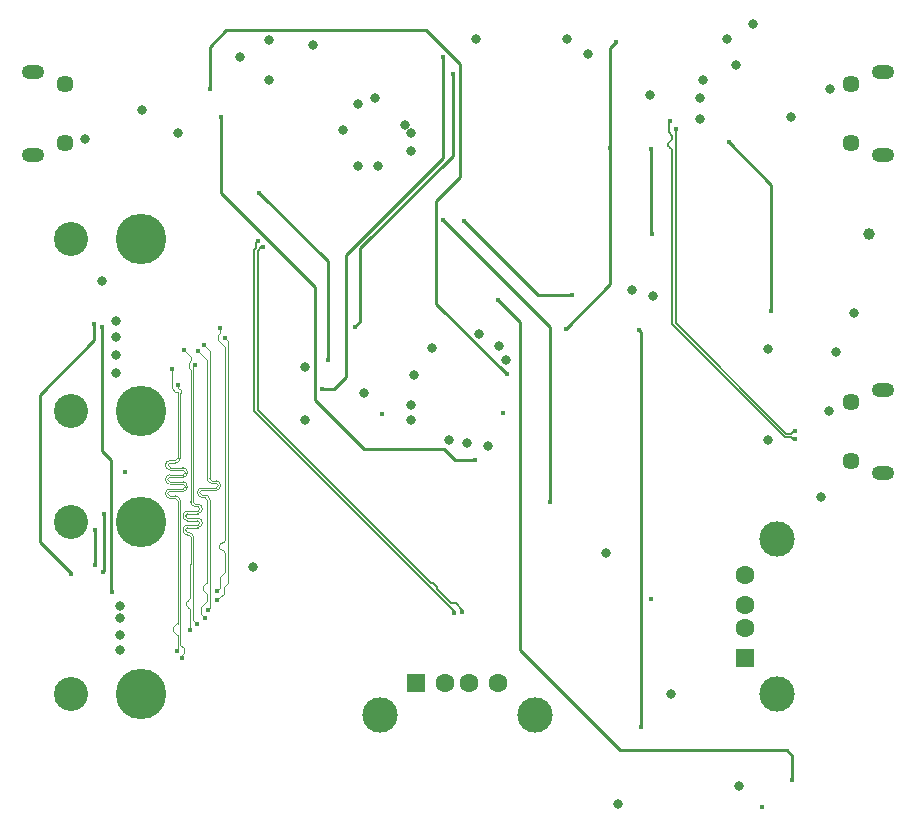
<source format=gbl>
G04 #@! TF.GenerationSoftware,KiCad,Pcbnew,(6.0.8)*
G04 #@! TF.CreationDate,2022-12-11T15:33:22-08:00*
G04 #@! TF.ProjectId,EasyKVM,45617379-4b56-44d2-9e6b-696361645f70,rev?*
G04 #@! TF.SameCoordinates,Original*
G04 #@! TF.FileFunction,Copper,L4,Bot*
G04 #@! TF.FilePolarity,Positive*
%FSLAX46Y46*%
G04 Gerber Fmt 4.6, Leading zero omitted, Abs format (unit mm)*
G04 Created by KiCad (PCBNEW (6.0.8)) date 2022-12-11 15:33:22*
%MOMM*%
%LPD*%
G01*
G04 APERTURE LIST*
G04 #@! TA.AperFunction,ComponentPad*
%ADD10C,4.275000*%
G04 #@! TD*
G04 #@! TA.AperFunction,ComponentPad*
%ADD11C,2.880000*%
G04 #@! TD*
G04 #@! TA.AperFunction,ComponentPad*
%ADD12O,1.900000X1.200000*%
G04 #@! TD*
G04 #@! TA.AperFunction,ComponentPad*
%ADD13C,1.450000*%
G04 #@! TD*
G04 #@! TA.AperFunction,ComponentPad*
%ADD14R,1.600000X1.500000*%
G04 #@! TD*
G04 #@! TA.AperFunction,ComponentPad*
%ADD15C,1.600000*%
G04 #@! TD*
G04 #@! TA.AperFunction,ComponentPad*
%ADD16C,3.000000*%
G04 #@! TD*
G04 #@! TA.AperFunction,ComponentPad*
%ADD17R,1.500000X1.600000*%
G04 #@! TD*
G04 #@! TA.AperFunction,ViaPad*
%ADD18C,0.450000*%
G04 #@! TD*
G04 #@! TA.AperFunction,ViaPad*
%ADD19C,0.800000*%
G04 #@! TD*
G04 #@! TA.AperFunction,ViaPad*
%ADD20C,1.000000*%
G04 #@! TD*
G04 #@! TA.AperFunction,Conductor*
%ADD21C,0.250000*%
G04 #@! TD*
G04 #@! TA.AperFunction,Conductor*
%ADD22C,0.175006*%
G04 #@! TD*
G04 #@! TA.AperFunction,Conductor*
%ADD23C,0.125984*%
G04 #@! TD*
G04 APERTURE END LIST*
D10*
X104655000Y-117230000D03*
X104655000Y-131730000D03*
D11*
X98695000Y-117230000D03*
X98695000Y-131730000D03*
D12*
X167467500Y-137000000D03*
X167467500Y-130000000D03*
D13*
X164767500Y-136000000D03*
X164767500Y-131000000D03*
D10*
X104655000Y-141179500D03*
X104655000Y-155679500D03*
D11*
X98695000Y-141179500D03*
X98695000Y-155679500D03*
D12*
X95512500Y-103050000D03*
D13*
X98212500Y-104050000D03*
D12*
X95512500Y-110050000D03*
D13*
X98212500Y-109050000D03*
D14*
X127920000Y-154780000D03*
D15*
X130420000Y-154780000D03*
X132420000Y-154780000D03*
X134920000Y-154780000D03*
D16*
X124850000Y-157490000D03*
X137990000Y-157490000D03*
D17*
X155780000Y-152660000D03*
D15*
X155780000Y-150160000D03*
X155780000Y-148160000D03*
X155780000Y-145660000D03*
D16*
X158490000Y-142590000D03*
X158490000Y-155730000D03*
D12*
X167467500Y-103050000D03*
D13*
X164767500Y-109050000D03*
D12*
X167467500Y-110050000D03*
D13*
X164767500Y-104050000D03*
D18*
X157250000Y-165250000D03*
X159750000Y-163000000D03*
X134875000Y-122345000D03*
D19*
X118500000Y-128000000D03*
D18*
X135275000Y-131915000D03*
D19*
X156500000Y-99000000D03*
D20*
X166250000Y-116750000D03*
D19*
X115500000Y-100318500D03*
X115500000Y-103750000D03*
X152000000Y-105250000D03*
X152250000Y-103750000D03*
X140750000Y-100250000D03*
X142500000Y-101500000D03*
X163500000Y-126750000D03*
D18*
X125080000Y-131970000D03*
D19*
X146250000Y-121500000D03*
X154250000Y-100250000D03*
X118500000Y-132500000D03*
D18*
X146810000Y-124900000D03*
X141170000Y-121930000D03*
X147000000Y-158500000D03*
X131970000Y-115640000D03*
X140610000Y-124780000D03*
X144350000Y-109460000D03*
X144910000Y-100490000D03*
X158000000Y-123290000D03*
X154420000Y-109020000D03*
X147850000Y-109600000D03*
X147930000Y-116810000D03*
D19*
X123000000Y-105750000D03*
X124500000Y-105250000D03*
D18*
X147800000Y-147700000D03*
D19*
X127500000Y-131250000D03*
X149500000Y-155750000D03*
X104740000Y-106290000D03*
X133291782Y-125230816D03*
X113000000Y-101750000D03*
X144000000Y-143750000D03*
X127750000Y-128750000D03*
X121750000Y-108000000D03*
X129260000Y-126420000D03*
X127500000Y-109750000D03*
X114100000Y-145000000D03*
X102850000Y-148250000D03*
X135530483Y-127469517D03*
X147750000Y-105000000D03*
X155250000Y-163500000D03*
X102850000Y-149250000D03*
X102850000Y-152000000D03*
X102850000Y-150750000D03*
X148000000Y-122000000D03*
X159700000Y-106900000D03*
X99910000Y-108690000D03*
X102540000Y-125500000D03*
X127500000Y-108250000D03*
X157750000Y-126500000D03*
X133000000Y-100250000D03*
X107750000Y-108250000D03*
X102540000Y-127000000D03*
X130750000Y-134250000D03*
X134000000Y-134750000D03*
X119250000Y-100750000D03*
X145000000Y-165000000D03*
X134950000Y-126220000D03*
X165000000Y-123500000D03*
X124750000Y-111000000D03*
X132250000Y-134500000D03*
X127500000Y-132500000D03*
X162250000Y-139000000D03*
X152000000Y-107000000D03*
X155000000Y-102500000D03*
D18*
X103290000Y-136960000D03*
D19*
X102540000Y-124156904D03*
X123500000Y-130250000D03*
X157700000Y-134200000D03*
X127000000Y-107500000D03*
X162930000Y-131750000D03*
X163000000Y-104500000D03*
X123000000Y-111000000D03*
X101370000Y-120749500D03*
X102540000Y-128500000D03*
D18*
X132950000Y-135920000D03*
X111400000Y-106890000D03*
X122740000Y-124640000D03*
X131060000Y-103250000D03*
X100720000Y-144810000D03*
X100750000Y-141850000D03*
X101444760Y-145415240D03*
X101530000Y-140460000D03*
X119990000Y-129920000D03*
X130200000Y-101780000D03*
X135600000Y-128640000D03*
X110510000Y-104520000D03*
X114660000Y-113280000D03*
X120470000Y-127480000D03*
X160044675Y-134124576D03*
X149439300Y-107228431D03*
X160043780Y-133421074D03*
X149915503Y-107851052D03*
X131843884Y-148814353D03*
X114991127Y-117912433D03*
X114581202Y-117340700D03*
X131143849Y-148884120D03*
X107791492Y-129569895D03*
X108131555Y-152636673D03*
X107300000Y-128220000D03*
X107728508Y-152060072D03*
X109219000Y-127890000D03*
X109390000Y-149800000D03*
X108310000Y-126573421D03*
X108840392Y-150298340D03*
X109470000Y-126690000D03*
X110056384Y-149249404D03*
X110308905Y-148592784D03*
X109946311Y-126172271D03*
X111107893Y-147757893D03*
X111740000Y-125560000D03*
X111100000Y-147000000D03*
X111367429Y-124692571D03*
X101390000Y-124640000D03*
X102200000Y-147041000D03*
X100689937Y-124379937D03*
X98750000Y-145560000D03*
X130240000Y-115620000D03*
X139250000Y-139500000D03*
D21*
X139250000Y-124630000D02*
X130240000Y-115620000D01*
X139250000Y-139500000D02*
X139250000Y-124630000D01*
X147000000Y-158500000D02*
X147000000Y-125090000D01*
X147000000Y-125090000D02*
X146810000Y-124900000D01*
X136750000Y-152000000D02*
X136750000Y-124220000D01*
X136750000Y-124220000D02*
X134875000Y-122345000D01*
X159310000Y-160500000D02*
X145250000Y-160500000D01*
X159750000Y-160940000D02*
X159310000Y-160500000D01*
X145250000Y-160500000D02*
X136750000Y-152000000D01*
X159750000Y-163000000D02*
X159750000Y-160940000D01*
X138260000Y-121930000D02*
X141170000Y-121930000D01*
X131970000Y-115640000D02*
X138260000Y-121930000D01*
X144350000Y-109460000D02*
X144360000Y-109450000D01*
X144380000Y-109490000D02*
X144350000Y-109460000D01*
X140610000Y-124780000D02*
X144380000Y-121010000D01*
X144380000Y-121010000D02*
X144380000Y-109490000D01*
X144360000Y-109450000D02*
X144360000Y-101040000D01*
X144360000Y-101040000D02*
X144910000Y-100490000D01*
X158000000Y-112600000D02*
X154420000Y-109020000D01*
X158000000Y-123290000D02*
X158000000Y-112600000D01*
X147850000Y-116730000D02*
X147930000Y-116810000D01*
X147850000Y-109600000D02*
X147850000Y-116730000D01*
X111400000Y-113290000D02*
X111400000Y-106890000D01*
X131260000Y-135920000D02*
X130330000Y-134990000D01*
X119386000Y-121276000D02*
X111400000Y-113290000D01*
X123560000Y-134990000D02*
X119386000Y-130816000D01*
X130330000Y-134990000D02*
X123560000Y-134990000D01*
X132950000Y-135920000D02*
X131260000Y-135920000D01*
X119386000Y-130816000D02*
X119386000Y-121276000D01*
X131060000Y-110126396D02*
X123220000Y-117966396D01*
X123220000Y-124160000D02*
X122740000Y-124640000D01*
X123220000Y-117966396D02*
X123220000Y-124160000D01*
X131060000Y-103250000D02*
X131060000Y-110126396D01*
X100750000Y-141850000D02*
X100720000Y-141880000D01*
X100720000Y-141880000D02*
X100720000Y-144810000D01*
X101530000Y-140460000D02*
X101530000Y-145330000D01*
X101530000Y-145330000D02*
X101444760Y-145415240D01*
X121020000Y-129920000D02*
X119990000Y-129920000D01*
X130200000Y-101780000D02*
X130200000Y-110350000D01*
X130200000Y-110350000D02*
X122020000Y-118530000D01*
X122020000Y-118530000D02*
X122020000Y-128920000D01*
X122020000Y-128920000D02*
X121020000Y-129920000D01*
X110510000Y-100900000D02*
X110510000Y-104520000D01*
X128814185Y-99540000D02*
X111870000Y-99540000D01*
X135600000Y-128640000D02*
X129636000Y-122676000D01*
X129636000Y-113984000D02*
X131664000Y-111956000D01*
X129636000Y-122676000D02*
X129636000Y-113984000D01*
X131664000Y-102389815D02*
X128814185Y-99540000D01*
X111870000Y-99540000D02*
X110510000Y-100900000D01*
X131664000Y-111956000D02*
X131664000Y-102389815D01*
X120470000Y-119090000D02*
X114660000Y-113280000D01*
X120470000Y-127480000D02*
X120470000Y-119090000D01*
D22*
X149349500Y-108152055D02*
X149349500Y-107318231D01*
X149478602Y-108894391D02*
X149478603Y-108894391D01*
X160044675Y-134124576D02*
X159849152Y-134124576D01*
X149349500Y-107318231D02*
X149439300Y-107228431D01*
X149478603Y-109494391D02*
X149478602Y-109494391D01*
X159689582Y-133965006D02*
X159190230Y-133965006D01*
X149651497Y-108454052D02*
X149349500Y-108152055D01*
X149305708Y-109321497D02*
X149305708Y-109067285D01*
X149651497Y-108721497D02*
X149651497Y-108454052D01*
X149651497Y-124426273D02*
X149651497Y-109667285D01*
X159849152Y-134124576D02*
X159689582Y-133965006D01*
X159190230Y-133965006D02*
X149651497Y-124426273D01*
X149478602Y-108894408D02*
G75*
G03*
X149305708Y-109067285I-2J-172892D01*
G01*
X149478603Y-109494403D02*
G75*
G02*
X149651497Y-109667285I-3J-172897D01*
G01*
X149651491Y-108721497D02*
G75*
G02*
X149478603Y-108894391I-172891J-3D01*
G01*
X149305709Y-109321497D02*
G75*
G03*
X149478602Y-109494391I172891J-3D01*
G01*
X149916503Y-107852052D02*
X149916503Y-124316503D01*
X159947020Y-133421074D02*
X160043780Y-133421074D01*
X159300000Y-133700000D02*
X159668094Y-133700000D01*
X149916503Y-124316503D02*
X159300000Y-133700000D01*
X159668094Y-133700000D02*
X159947020Y-133421074D01*
X149915503Y-107851052D02*
X149916503Y-107852052D01*
X129264233Y-146301313D02*
X129264232Y-146301313D01*
X114526558Y-131659564D02*
X114526558Y-118196501D01*
X129168306Y-146301313D02*
X129168307Y-146301313D01*
X129168307Y-146301313D02*
X114526558Y-131659564D01*
X131843884Y-148814353D02*
X131843884Y-148566913D01*
X130914677Y-148047683D02*
X129688497Y-146821503D01*
X129688497Y-146629653D02*
X129360157Y-146301313D01*
X131324654Y-148047683D02*
X130914677Y-148047683D01*
X114810626Y-117912433D02*
X114991127Y-117912433D01*
X131843884Y-148566913D02*
X131324654Y-148047683D01*
X129688497Y-146629652D02*
X129688497Y-146629653D01*
X129688496Y-146725578D02*
X129688497Y-146725578D01*
X114526558Y-118196501D02*
X114810626Y-117912433D01*
X129688456Y-146725538D02*
G75*
G03*
X129688497Y-146821503I48044J-47962D01*
G01*
X129688512Y-146629637D02*
G75*
G02*
X129688497Y-146725578I-48012J-47963D01*
G01*
X129264233Y-146301313D02*
G75*
G02*
X129360157Y-146301313I47962J-47960D01*
G01*
X129168307Y-146301312D02*
G75*
G03*
X129264231Y-146301312I47962J47962D01*
G01*
X114249952Y-131774138D02*
X114249952Y-118098331D01*
X114249952Y-118098331D02*
X114424624Y-117923659D01*
X131143849Y-148884120D02*
X131143849Y-148668035D01*
X131143849Y-148668035D02*
X114249952Y-131774138D01*
X114424624Y-117923659D02*
X114424624Y-117497278D01*
X114424624Y-117497278D02*
X114581202Y-117340700D01*
D23*
X107791492Y-129771492D02*
X108006945Y-129986945D01*
X108006945Y-130201351D02*
X107965984Y-130242312D01*
X108556966Y-138091495D02*
X108556966Y-138208505D01*
X107965984Y-151531055D02*
X108270500Y-151835571D01*
X107117010Y-138557992D02*
X108207479Y-138557992D01*
X108131555Y-152423518D02*
X108131555Y-152636673D01*
X108270500Y-152284573D02*
X108131555Y-152423518D01*
X107117010Y-137742008D02*
X108207479Y-137742008D01*
X107557992Y-136157992D02*
X107117010Y-136157992D01*
X107791492Y-129569895D02*
X107791492Y-129771492D01*
X107117010Y-137357992D02*
X108207479Y-137357992D01*
X108006945Y-129986945D02*
X108006945Y-130201351D01*
X107965984Y-130242312D02*
X107965984Y-135750000D01*
X108270500Y-151835571D02*
X108270500Y-152284573D01*
X108556966Y-136891495D02*
X108556966Y-137008505D01*
X107117010Y-138942008D02*
X107557992Y-138942008D01*
X107965984Y-139350000D02*
X107965984Y-151531055D01*
X107117010Y-136542008D02*
X108207479Y-136542008D01*
X108556992Y-138091495D02*
G75*
G03*
X108207479Y-137742008I-349492J-5D01*
G01*
X108207479Y-138557966D02*
G75*
G03*
X108556966Y-138208505I21J349466D01*
G01*
X107117010Y-137741998D02*
G75*
G02*
X106925002Y-137550000I-10J191998D01*
G01*
X106924992Y-136350000D02*
G75*
G02*
X107117010Y-136157992I192008J0D01*
G01*
X107557992Y-136157984D02*
G75*
G03*
X107965984Y-135750000I8J407984D01*
G01*
X106924992Y-137550000D02*
G75*
G02*
X107117010Y-137357992I192008J0D01*
G01*
X107117010Y-136541998D02*
G75*
G02*
X106925002Y-136350000I-10J191998D01*
G01*
X108556992Y-136891495D02*
G75*
G03*
X108207479Y-136542008I-349492J-5D01*
G01*
X107117010Y-138941998D02*
G75*
G02*
X106925002Y-138750000I-10J191998D01*
G01*
X108207479Y-137357966D02*
G75*
G03*
X108556966Y-137008505I21J349466D01*
G01*
X107965992Y-139350000D02*
G75*
G03*
X107557992Y-138942008I-407992J0D01*
G01*
X106924992Y-138750000D02*
G75*
G02*
X107117010Y-138557992I192008J0D01*
G01*
X107566991Y-130111887D02*
X107249500Y-129794396D01*
X107249500Y-128270500D02*
X107300000Y-128220000D01*
X107750000Y-130152848D02*
X107790961Y-130111887D01*
X107356340Y-150356340D02*
X107356340Y-150150000D01*
X107117010Y-136757992D02*
X108207479Y-136757992D01*
X107117010Y-138342008D02*
X108207479Y-138342008D01*
X107750000Y-149756340D02*
X107750000Y-139350000D01*
X108340982Y-138208505D02*
X108340982Y-138091495D01*
X107750000Y-135750000D02*
X107750000Y-130152848D01*
X107249500Y-129794396D02*
X107249500Y-128270500D01*
X107750000Y-152038580D02*
X107750000Y-150750000D01*
X107117010Y-135942008D02*
X107557992Y-135942008D01*
X107117010Y-137957992D02*
X108207479Y-137957992D01*
X107728508Y-152060072D02*
X107750000Y-152038580D01*
X107790961Y-130111887D02*
X107566991Y-130111887D01*
X107117010Y-137142008D02*
X108207479Y-137142008D01*
X107557992Y-139157992D02*
X107117010Y-139157992D01*
X108340982Y-137008505D02*
X108340982Y-136891495D01*
X107557992Y-139158000D02*
G75*
G02*
X107750000Y-139350000I8J-192000D01*
G01*
X107117010Y-135942018D02*
G75*
G03*
X106709018Y-136350000I-10J-407982D01*
G01*
X108341008Y-137008505D02*
G75*
G02*
X108207479Y-137142008I-133508J5D01*
G01*
X107117010Y-137142018D02*
G75*
G03*
X106709018Y-137550000I-10J-407982D01*
G01*
X106709008Y-137550000D02*
G75*
G03*
X107117010Y-137957992I407992J0D01*
G01*
X106709008Y-136350000D02*
G75*
G03*
X107117010Y-136757992I407992J0D01*
G01*
X107553170Y-150553200D02*
G75*
G02*
X107750000Y-150750000I30J-196800D01*
G01*
X107553170Y-149953140D02*
G75*
G03*
X107356340Y-150150000I30J-196860D01*
G01*
X107356330Y-150356340D02*
G75*
G03*
X107553170Y-150553170I196870J40D01*
G01*
X108341008Y-138208505D02*
G75*
G02*
X108207479Y-138342008I-133508J5D01*
G01*
X107750008Y-135750000D02*
G75*
G02*
X107557992Y-135942008I-192008J0D01*
G01*
X108207479Y-136758018D02*
G75*
G02*
X108340982Y-136891495I21J-133482D01*
G01*
X107750070Y-149756340D02*
G75*
G02*
X107553170Y-149953170I-196870J40D01*
G01*
X108207479Y-137958018D02*
G75*
G02*
X108340982Y-138091495I21J-133482D01*
G01*
X107117010Y-138342018D02*
G75*
G03*
X106709018Y-138750000I-10J-407982D01*
G01*
X106709008Y-138750000D02*
G75*
G03*
X107117010Y-139157992I407992J0D01*
G01*
X108584617Y-141640516D02*
X109451225Y-141640516D01*
X109390000Y-149800000D02*
X109067476Y-149477476D01*
X109067476Y-128041524D02*
X109219000Y-127890000D01*
X109067476Y-149477476D02*
X109067476Y-142399398D01*
X109067476Y-139432524D02*
X109067476Y-128041524D01*
X109451225Y-139624532D02*
X109259484Y-139624532D01*
X109451225Y-140824532D02*
X108584617Y-140824532D01*
X108425735Y-141865650D02*
X108425735Y-141799398D01*
X108692610Y-142024532D02*
X108584617Y-142024532D01*
X108425735Y-140665650D02*
X108425735Y-140599398D01*
X108584617Y-140440516D02*
X109451225Y-140440516D01*
X109451225Y-140824483D02*
G75*
G02*
X109859217Y-141232524I-25J-408017D01*
G01*
X109859216Y-141232524D02*
G75*
G02*
X109451225Y-141640516I-408016J24D01*
G01*
X109067468Y-139432524D02*
G75*
G03*
X109259484Y-139624532I192032J24D01*
G01*
X109451225Y-139624483D02*
G75*
G02*
X109859217Y-140032524I-25J-408017D01*
G01*
X108425768Y-140665650D02*
G75*
G03*
X108584617Y-140824532I158832J-50D01*
G01*
X108692610Y-142024524D02*
G75*
G02*
X109067476Y-142399398I-10J-374876D01*
G01*
X108584617Y-140440535D02*
G75*
G03*
X108425735Y-140599398I-17J-158865D01*
G01*
X109859216Y-140032524D02*
G75*
G02*
X109451225Y-140440516I-408016J24D01*
G01*
X108425768Y-141865650D02*
G75*
G03*
X108584617Y-142024532I158832J-50D01*
G01*
X108584617Y-141640535D02*
G75*
G03*
X108425735Y-141799398I-17J-158865D01*
G01*
X108840392Y-150298340D02*
X108839892Y-150297840D01*
X108472071Y-148222072D02*
X108472071Y-147989892D01*
X108677508Y-128114501D02*
X108677508Y-127665499D01*
X108890000Y-127453007D02*
X108890000Y-127153421D01*
X108209751Y-141865650D02*
X108209751Y-141799398D01*
X108839892Y-150297840D02*
X108839892Y-148589892D01*
X108890000Y-127153421D02*
X108310000Y-126573421D01*
X108584617Y-140224532D02*
X109451225Y-140224532D01*
X109451225Y-141040516D02*
X108584617Y-141040516D01*
X108851492Y-139432524D02*
X108851492Y-128288485D01*
X108851492Y-128288485D02*
X108677508Y-128114501D01*
X108839892Y-144740108D02*
X108851492Y-144728508D01*
X108692610Y-142240516D02*
X108584617Y-142240516D01*
X109451225Y-139840516D02*
X109259484Y-139840516D01*
X108677508Y-127665499D02*
X108890000Y-127453007D01*
X108655982Y-148405982D02*
X108655981Y-148405982D01*
X108584617Y-141424532D02*
X109451225Y-141424532D01*
X108209751Y-140665650D02*
X108209751Y-140599398D01*
X108655981Y-147805982D02*
X108655982Y-147805982D01*
X108851492Y-144728508D02*
X108851492Y-142399398D01*
X108839892Y-147622072D02*
X108839892Y-144740108D01*
X108839882Y-147622072D02*
G75*
G02*
X108655982Y-147805982I-183882J-28D01*
G01*
X109451225Y-139840467D02*
G75*
G02*
X109643233Y-140032524I-25J-192033D01*
G01*
X108584617Y-141424551D02*
G75*
G03*
X108209751Y-141799398I-17J-374849D01*
G01*
X108584617Y-140224551D02*
G75*
G03*
X108209751Y-140599398I-17J-374849D01*
G01*
X108209684Y-141865650D02*
G75*
G03*
X108584617Y-142240516I374916J50D01*
G01*
X108472118Y-148222072D02*
G75*
G03*
X108655981Y-148405982I183882J-28D01*
G01*
X108692610Y-142240508D02*
G75*
G02*
X108851492Y-142399398I-10J-158892D01*
G01*
X109643232Y-141232524D02*
G75*
G02*
X109451225Y-141424532I-192032J24D01*
G01*
X108655982Y-148406008D02*
G75*
G02*
X108839892Y-148589892I18J-183892D01*
G01*
X109643232Y-140032524D02*
G75*
G02*
X109451225Y-140224532I-192032J24D01*
G01*
X108851484Y-139432524D02*
G75*
G03*
X109259484Y-139840516I408016J24D01*
G01*
X108209684Y-140665650D02*
G75*
G03*
X108584617Y-141040516I374916J50D01*
G01*
X109451225Y-141040467D02*
G75*
G02*
X109643233Y-141232524I-25J-192033D01*
G01*
X108655981Y-147805971D02*
G75*
G03*
X108472071Y-147989892I19J-183929D01*
G01*
X109827762Y-138257992D02*
X110988222Y-138257992D01*
X109897680Y-146897680D02*
X109897680Y-146650000D01*
X110056384Y-149249404D02*
X109766913Y-148959933D01*
X110250000Y-137465984D02*
X110250000Y-127470000D01*
X110250000Y-146297680D02*
X110250000Y-139265984D01*
X110250000Y-127470000D02*
X109470000Y-126690000D01*
X110057992Y-139073976D02*
X109827762Y-139073976D01*
X109766913Y-148368283D02*
X110250000Y-147885196D01*
X110988222Y-137873976D02*
X110657992Y-137873976D01*
X109766913Y-148959933D02*
X109766913Y-148368283D01*
X110250000Y-147885196D02*
X110250000Y-147250000D01*
X110988222Y-137873970D02*
G75*
G02*
X111180230Y-138065984I-22J-192030D01*
G01*
X109419824Y-138665984D02*
G75*
G03*
X109827762Y-139073976I407976J-16D01*
G01*
X110073840Y-147073800D02*
G75*
G02*
X110250000Y-147250000I-40J-176200D01*
G01*
X109897660Y-146897680D02*
G75*
G03*
X110073840Y-147073840I176140J-20D01*
G01*
X110249940Y-146297680D02*
G75*
G02*
X110073840Y-146473840I-176140J-20D01*
G01*
X111180192Y-138065984D02*
G75*
G02*
X110988222Y-138257992I-191992J-16D01*
G01*
X110250024Y-137465984D02*
G75*
G03*
X110657992Y-137873976I407976J-16D01*
G01*
X110073840Y-146473880D02*
G75*
G03*
X109897680Y-146650000I-40J-176120D01*
G01*
X110057992Y-139074000D02*
G75*
G02*
X110250000Y-139265984I8J-192000D01*
G01*
X109827762Y-138257970D02*
G75*
G03*
X109419770Y-138665984I38J-408030D01*
G01*
X110465984Y-137465984D02*
X110465984Y-126691944D01*
X110465984Y-126691944D02*
X109946311Y-126172271D01*
X109827762Y-138473976D02*
X110938222Y-138473976D01*
X110465984Y-148435705D02*
X110465984Y-139265984D01*
X110988222Y-137657992D02*
X110657992Y-137657992D01*
X110938222Y-138473976D02*
X110988222Y-138473976D01*
X110308905Y-148592784D02*
X110465984Y-148435705D01*
X110057992Y-138857992D02*
X109827762Y-138857992D01*
X109827762Y-138473954D02*
G75*
G03*
X109635754Y-138665984I38J-192046D01*
G01*
X110057992Y-138858016D02*
G75*
G02*
X110465984Y-139265984I8J-407984D01*
G01*
X110988222Y-137657986D02*
G75*
G02*
X111396214Y-138065984I-22J-408014D01*
G01*
X111396176Y-138065984D02*
G75*
G02*
X110988222Y-138473976I-407976J-16D01*
G01*
X109635808Y-138665984D02*
G75*
G03*
X109827762Y-138857992I191992J-16D01*
G01*
X110466008Y-137465984D02*
G75*
G03*
X110657992Y-137657992I191992J-16D01*
G01*
X111641992Y-146693021D02*
X111641992Y-147224501D01*
X111995984Y-125815984D02*
X111995984Y-146339029D01*
X111324501Y-147541992D02*
X111323794Y-147541992D01*
X111323794Y-147541992D02*
X111107893Y-147757893D01*
X111641992Y-147224501D02*
X111324501Y-147541992D01*
X111995984Y-146339029D02*
X111641992Y-146693021D01*
X111740000Y-125560000D02*
X111995984Y-125815984D01*
X111537138Y-142937139D02*
X111537139Y-142937139D01*
X111100000Y-147000000D02*
X111367429Y-146732571D01*
X111294277Y-143294278D02*
X111294277Y-143180000D01*
X111780000Y-145370000D02*
X111780000Y-143780000D01*
X111198008Y-125335499D02*
X111367429Y-125166078D01*
X111780000Y-142580000D02*
X111780000Y-126366493D01*
X111198008Y-125784501D02*
X111198008Y-125335499D01*
X111367429Y-146732571D02*
X111367429Y-145782571D01*
X111367429Y-125166078D02*
X111367429Y-124692571D01*
X111367429Y-145782571D02*
X111780000Y-145370000D01*
X111780000Y-126366493D02*
X111198008Y-125784501D01*
X111537139Y-143537139D02*
X111537138Y-143537139D01*
X111780000Y-142694278D02*
X111780000Y-142580000D01*
X111537139Y-143537100D02*
G75*
G02*
X111780000Y-143780000I-39J-242900D01*
G01*
X111537138Y-142937177D02*
G75*
G03*
X111294277Y-143180000I-38J-242823D01*
G01*
X111779939Y-142694278D02*
G75*
G02*
X111537139Y-142937139I-242839J-22D01*
G01*
X111294261Y-143294278D02*
G75*
G03*
X111537138Y-143537139I242839J-22D01*
G01*
D21*
X101370000Y-135168327D02*
X102134000Y-135932327D01*
X102134000Y-146975000D02*
X102200000Y-147041000D01*
X101370000Y-124660000D02*
X101370000Y-135168327D01*
X101390000Y-124640000D02*
X101370000Y-124660000D01*
X102134000Y-135932327D02*
X102134000Y-146975000D01*
X100689937Y-125779937D02*
X96090000Y-130379874D01*
X96090000Y-142850000D02*
X96090000Y-130379874D01*
X96090000Y-142850000D02*
X98750000Y-145510000D01*
X100689937Y-124379937D02*
X100689937Y-125779937D01*
X98750000Y-145510000D02*
X98750000Y-145560000D01*
M02*

</source>
